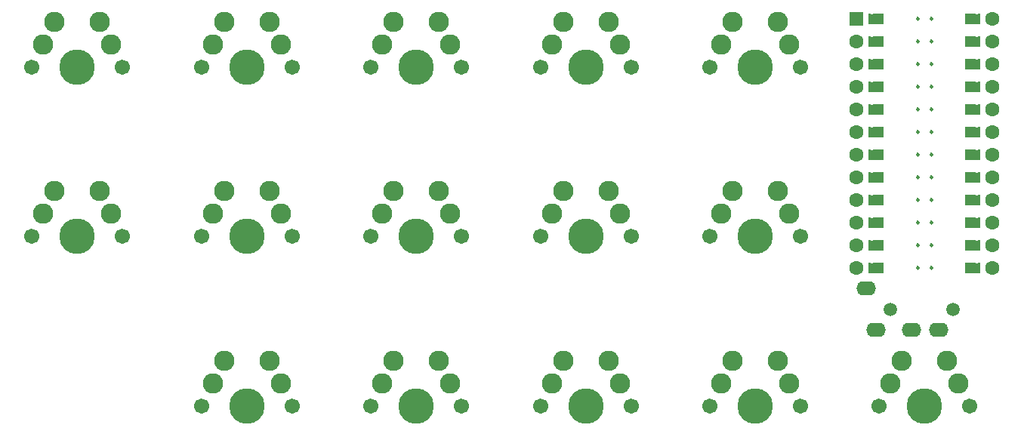
<source format=gbr>
%TF.GenerationSoftware,KiCad,Pcbnew,(6.0.4)*%
%TF.CreationDate,2022-10-08T16:53:47+11:00*%
%TF.ProjectId,bevel,62657665-6c2e-46b6-9963-61645f706362,v1.0.0*%
%TF.SameCoordinates,Original*%
%TF.FileFunction,Soldermask,Top*%
%TF.FilePolarity,Negative*%
%FSLAX46Y46*%
G04 Gerber Fmt 4.6, Leading zero omitted, Abs format (unit mm)*
G04 Created by KiCad (PCBNEW (6.0.4)) date 2022-10-08 16:53:47*
%MOMM*%
%LPD*%
G01*
G04 APERTURE LIST*
G04 Aperture macros list*
%AMFreePoly0*
4,1,6,0.600000,0.200000,0.000000,-0.400000,-0.600000,0.200000,-0.600000,0.400000,0.600000,0.400000,0.600000,0.200000,0.600000,0.200000,$1*%
%AMFreePoly1*
4,1,6,0.600000,-0.250000,-0.600000,-0.250000,-0.600000,1.000000,0.000000,0.400000,0.600000,1.000000,0.600000,-0.250000,0.600000,-0.250000,$1*%
G04 Aperture macros list end*
%ADD10C,0.250000*%
%ADD11C,0.100000*%
%ADD12C,1.600000*%
%ADD13FreePoly0,270.000000*%
%ADD14FreePoly0,90.000000*%
%ADD15R,1.600000X1.600000*%
%ADD16FreePoly1,270.000000*%
%ADD17FreePoly1,90.000000*%
%ADD18C,1.701800*%
%ADD19C,3.987800*%
%ADD20C,2.286000*%
%ADD21C,1.500000*%
%ADD22O,2.200000X1.600000*%
G04 APERTURE END LIST*
D10*
%TO.C,MCU1*%
X115863000Y-23700000D02*
G75*
G03*
X115863000Y-23700000I-125000J0D01*
G01*
X117387000Y-23700000D02*
G75*
G03*
X117387000Y-23700000I-125000J0D01*
G01*
X115863000Y-26240000D02*
G75*
G03*
X115863000Y-26240000I-125000J0D01*
G01*
X115863000Y-28780000D02*
G75*
G03*
X115863000Y-28780000I-125000J0D01*
G01*
X117387000Y-41480000D02*
G75*
G03*
X117387000Y-41480000I-125000J0D01*
G01*
X117387000Y-16080000D02*
G75*
G03*
X117387000Y-16080000I-125000J0D01*
G01*
X115863000Y-21160000D02*
G75*
G03*
X115863000Y-21160000I-125000J0D01*
G01*
X117387000Y-26240000D02*
G75*
G03*
X117387000Y-26240000I-125000J0D01*
G01*
X115863000Y-16080000D02*
G75*
G03*
X115863000Y-16080000I-125000J0D01*
G01*
X115863000Y-41480000D02*
G75*
G03*
X115863000Y-41480000I-125000J0D01*
G01*
X117387000Y-36400000D02*
G75*
G03*
X117387000Y-36400000I-125000J0D01*
G01*
X117387000Y-31320000D02*
G75*
G03*
X117387000Y-31320000I-125000J0D01*
G01*
X115863000Y-38940000D02*
G75*
G03*
X115863000Y-38940000I-125000J0D01*
G01*
X117387000Y-38940000D02*
G75*
G03*
X117387000Y-38940000I-125000J0D01*
G01*
X115863000Y-36400000D02*
G75*
G03*
X115863000Y-36400000I-125000J0D01*
G01*
X117387000Y-33860000D02*
G75*
G03*
X117387000Y-33860000I-125000J0D01*
G01*
X115863000Y-44020000D02*
G75*
G03*
X115863000Y-44020000I-125000J0D01*
G01*
X115863000Y-33860000D02*
G75*
G03*
X115863000Y-33860000I-125000J0D01*
G01*
X115863000Y-18620000D02*
G75*
G03*
X115863000Y-18620000I-125000J0D01*
G01*
X115863000Y-31320000D02*
G75*
G03*
X115863000Y-31320000I-125000J0D01*
G01*
X117387000Y-28780000D02*
G75*
G03*
X117387000Y-28780000I-125000J0D01*
G01*
X117387000Y-18620000D02*
G75*
G03*
X117387000Y-18620000I-125000J0D01*
G01*
X117387000Y-44020000D02*
G75*
G03*
X117387000Y-44020000I-125000J0D01*
G01*
X117387000Y-21160000D02*
G75*
G03*
X117387000Y-21160000I-125000J0D01*
G01*
G36*
X122596000Y-31828000D02*
G01*
X121580000Y-31828000D01*
X121580000Y-30812000D01*
X122596000Y-30812000D01*
X122596000Y-31828000D01*
G37*
D11*
X122596000Y-31828000D02*
X121580000Y-31828000D01*
X121580000Y-30812000D01*
X122596000Y-30812000D01*
X122596000Y-31828000D01*
G36*
X111420000Y-41988000D02*
G01*
X110404000Y-41988000D01*
X110404000Y-40972000D01*
X111420000Y-40972000D01*
X111420000Y-41988000D01*
G37*
X111420000Y-41988000D02*
X110404000Y-41988000D01*
X110404000Y-40972000D01*
X111420000Y-40972000D01*
X111420000Y-41988000D01*
G36*
X111420000Y-26748000D02*
G01*
X110404000Y-26748000D01*
X110404000Y-25732000D01*
X111420000Y-25732000D01*
X111420000Y-26748000D01*
G37*
X111420000Y-26748000D02*
X110404000Y-26748000D01*
X110404000Y-25732000D01*
X111420000Y-25732000D01*
X111420000Y-26748000D01*
G36*
X122596000Y-16588000D02*
G01*
X121580000Y-16588000D01*
X121580000Y-15572000D01*
X122596000Y-15572000D01*
X122596000Y-16588000D01*
G37*
X122596000Y-16588000D02*
X121580000Y-16588000D01*
X121580000Y-15572000D01*
X122596000Y-15572000D01*
X122596000Y-16588000D01*
G36*
X111420000Y-36908000D02*
G01*
X110404000Y-36908000D01*
X110404000Y-35892000D01*
X111420000Y-35892000D01*
X111420000Y-36908000D01*
G37*
X111420000Y-36908000D02*
X110404000Y-36908000D01*
X110404000Y-35892000D01*
X111420000Y-35892000D01*
X111420000Y-36908000D01*
G36*
X122596000Y-19128000D02*
G01*
X121580000Y-19128000D01*
X121580000Y-18112000D01*
X122596000Y-18112000D01*
X122596000Y-19128000D01*
G37*
X122596000Y-19128000D02*
X121580000Y-19128000D01*
X121580000Y-18112000D01*
X122596000Y-18112000D01*
X122596000Y-19128000D01*
G36*
X111420000Y-19128000D02*
G01*
X110404000Y-19128000D01*
X110404000Y-18112000D01*
X111420000Y-18112000D01*
X111420000Y-19128000D01*
G37*
X111420000Y-19128000D02*
X110404000Y-19128000D01*
X110404000Y-18112000D01*
X111420000Y-18112000D01*
X111420000Y-19128000D01*
G36*
X122596000Y-39448000D02*
G01*
X121580000Y-39448000D01*
X121580000Y-38432000D01*
X122596000Y-38432000D01*
X122596000Y-39448000D01*
G37*
X122596000Y-39448000D02*
X121580000Y-39448000D01*
X121580000Y-38432000D01*
X122596000Y-38432000D01*
X122596000Y-39448000D01*
G36*
X111420000Y-34368000D02*
G01*
X110404000Y-34368000D01*
X110404000Y-33352000D01*
X111420000Y-33352000D01*
X111420000Y-34368000D01*
G37*
X111420000Y-34368000D02*
X110404000Y-34368000D01*
X110404000Y-33352000D01*
X111420000Y-33352000D01*
X111420000Y-34368000D01*
G36*
X122596000Y-36908000D02*
G01*
X121580000Y-36908000D01*
X121580000Y-35892000D01*
X122596000Y-35892000D01*
X122596000Y-36908000D01*
G37*
X122596000Y-36908000D02*
X121580000Y-36908000D01*
X121580000Y-35892000D01*
X122596000Y-35892000D01*
X122596000Y-36908000D01*
G36*
X111420000Y-24208000D02*
G01*
X110404000Y-24208000D01*
X110404000Y-23192000D01*
X111420000Y-23192000D01*
X111420000Y-24208000D01*
G37*
X111420000Y-24208000D02*
X110404000Y-24208000D01*
X110404000Y-23192000D01*
X111420000Y-23192000D01*
X111420000Y-24208000D01*
G36*
X111420000Y-44528000D02*
G01*
X110404000Y-44528000D01*
X110404000Y-43512000D01*
X111420000Y-43512000D01*
X111420000Y-44528000D01*
G37*
X111420000Y-44528000D02*
X110404000Y-44528000D01*
X110404000Y-43512000D01*
X111420000Y-43512000D01*
X111420000Y-44528000D01*
G36*
X122596000Y-44528000D02*
G01*
X121580000Y-44528000D01*
X121580000Y-43512000D01*
X122596000Y-43512000D01*
X122596000Y-44528000D01*
G37*
X122596000Y-44528000D02*
X121580000Y-44528000D01*
X121580000Y-43512000D01*
X122596000Y-43512000D01*
X122596000Y-44528000D01*
G36*
X111420000Y-21668000D02*
G01*
X110404000Y-21668000D01*
X110404000Y-20652000D01*
X111420000Y-20652000D01*
X111420000Y-21668000D01*
G37*
X111420000Y-21668000D02*
X110404000Y-21668000D01*
X110404000Y-20652000D01*
X111420000Y-20652000D01*
X111420000Y-21668000D01*
G36*
X111420000Y-29288000D02*
G01*
X110404000Y-29288000D01*
X110404000Y-28272000D01*
X111420000Y-28272000D01*
X111420000Y-29288000D01*
G37*
X111420000Y-29288000D02*
X110404000Y-29288000D01*
X110404000Y-28272000D01*
X111420000Y-28272000D01*
X111420000Y-29288000D01*
G36*
X122596000Y-21668000D02*
G01*
X121580000Y-21668000D01*
X121580000Y-20652000D01*
X122596000Y-20652000D01*
X122596000Y-21668000D01*
G37*
X122596000Y-21668000D02*
X121580000Y-21668000D01*
X121580000Y-20652000D01*
X122596000Y-20652000D01*
X122596000Y-21668000D01*
G36*
X111420000Y-16588000D02*
G01*
X110404000Y-16588000D01*
X110404000Y-15572000D01*
X111420000Y-15572000D01*
X111420000Y-16588000D01*
G37*
X111420000Y-16588000D02*
X110404000Y-16588000D01*
X110404000Y-15572000D01*
X111420000Y-15572000D01*
X111420000Y-16588000D01*
G36*
X111420000Y-39448000D02*
G01*
X110404000Y-39448000D01*
X110404000Y-38432000D01*
X111420000Y-38432000D01*
X111420000Y-39448000D01*
G37*
X111420000Y-39448000D02*
X110404000Y-39448000D01*
X110404000Y-38432000D01*
X111420000Y-38432000D01*
X111420000Y-39448000D01*
G36*
X122596000Y-34368000D02*
G01*
X121580000Y-34368000D01*
X121580000Y-33352000D01*
X122596000Y-33352000D01*
X122596000Y-34368000D01*
G37*
X122596000Y-34368000D02*
X121580000Y-34368000D01*
X121580000Y-33352000D01*
X122596000Y-33352000D01*
X122596000Y-34368000D01*
G36*
X122596000Y-41988000D02*
G01*
X121580000Y-41988000D01*
X121580000Y-40972000D01*
X122596000Y-40972000D01*
X122596000Y-41988000D01*
G37*
X122596000Y-41988000D02*
X121580000Y-41988000D01*
X121580000Y-40972000D01*
X122596000Y-40972000D01*
X122596000Y-41988000D01*
G36*
X122596000Y-29288000D02*
G01*
X121580000Y-29288000D01*
X121580000Y-28272000D01*
X122596000Y-28272000D01*
X122596000Y-29288000D01*
G37*
X122596000Y-29288000D02*
X121580000Y-29288000D01*
X121580000Y-28272000D01*
X122596000Y-28272000D01*
X122596000Y-29288000D01*
G36*
X111420000Y-31828000D02*
G01*
X110404000Y-31828000D01*
X110404000Y-30812000D01*
X111420000Y-30812000D01*
X111420000Y-31828000D01*
G37*
X111420000Y-31828000D02*
X110404000Y-31828000D01*
X110404000Y-30812000D01*
X111420000Y-30812000D01*
X111420000Y-31828000D01*
G36*
X122596000Y-26748000D02*
G01*
X121580000Y-26748000D01*
X121580000Y-25732000D01*
X122596000Y-25732000D01*
X122596000Y-26748000D01*
G37*
X122596000Y-26748000D02*
X121580000Y-26748000D01*
X121580000Y-25732000D01*
X122596000Y-25732000D01*
X122596000Y-26748000D01*
G36*
X122596000Y-24208000D02*
G01*
X121580000Y-24208000D01*
X121580000Y-23192000D01*
X122596000Y-23192000D01*
X122596000Y-24208000D01*
G37*
X122596000Y-24208000D02*
X121580000Y-24208000D01*
X121580000Y-23192000D01*
X122596000Y-23192000D01*
X122596000Y-24208000D01*
%TD*%
D12*
%TO.C,MCU1*%
X108880000Y-26240000D03*
X108880000Y-38940000D03*
X108880000Y-16080000D03*
X124120000Y-16080000D03*
D13*
X122342000Y-28780000D03*
D12*
X108880000Y-41480000D03*
X108880000Y-18620000D03*
D13*
X122342000Y-36400000D03*
D12*
X124120000Y-33860000D03*
D14*
X110658000Y-18620000D03*
D12*
X108880000Y-21160000D03*
D14*
X110658000Y-38940000D03*
D12*
X108880000Y-44020000D03*
D13*
X122342000Y-41480000D03*
X122342000Y-44020000D03*
X122342000Y-38940000D03*
D12*
X108880000Y-31320000D03*
X124120000Y-31320000D03*
D14*
X110658000Y-21160000D03*
X110658000Y-23700000D03*
D12*
X108880000Y-23700000D03*
D14*
X110658000Y-36400000D03*
X110658000Y-44020000D03*
X110658000Y-28780000D03*
X110658000Y-41480000D03*
D12*
X124120000Y-44020000D03*
D14*
X110658000Y-31320000D03*
D12*
X124120000Y-38940000D03*
X124120000Y-28780000D03*
D13*
X122342000Y-31320000D03*
X122342000Y-23700000D03*
D12*
X124120000Y-18620000D03*
D13*
X122342000Y-33860000D03*
D12*
X108880000Y-33860000D03*
D13*
X122342000Y-16080000D03*
D12*
X124120000Y-36400000D03*
D14*
X110658000Y-26240000D03*
D15*
X108880000Y-16080000D03*
D13*
X122342000Y-26240000D03*
D14*
X110658000Y-16080000D03*
D12*
X108880000Y-28780000D03*
D14*
X110658000Y-33860000D03*
D12*
X124120000Y-23700000D03*
X124120000Y-21160000D03*
D13*
X122342000Y-18620000D03*
D12*
X108880000Y-36400000D03*
X124120000Y-41480000D03*
X124120000Y-26240000D03*
D13*
X122342000Y-21160000D03*
D16*
X121326000Y-16080000D03*
X121326000Y-18620000D03*
X121326000Y-21160000D03*
X121326000Y-23700000D03*
X121326000Y-26240000D03*
X121326000Y-28780000D03*
X121326000Y-31320000D03*
X121326000Y-33860000D03*
X121326000Y-36400000D03*
X121326000Y-38940000D03*
X121326000Y-41480000D03*
X121326000Y-44020000D03*
D17*
X111674000Y-44020000D03*
X111674000Y-41480000D03*
X111674000Y-38940000D03*
X111674000Y-36400000D03*
X111674000Y-33860000D03*
X111674000Y-31320000D03*
X111674000Y-28780000D03*
X111674000Y-26240000D03*
X111674000Y-23700000D03*
X111674000Y-21160000D03*
X111674000Y-18620000D03*
X111674000Y-16080000D03*
%TD*%
D18*
%TO.C,S14*%
X92420000Y-40500000D03*
D19*
X97500000Y-40500000D03*
D18*
X102580000Y-40500000D03*
D20*
X100040000Y-35420000D03*
X94960000Y-35420000D03*
X93690000Y-37960000D03*
X101310000Y-37960000D03*
%TD*%
D19*
%TO.C,S9*%
X59500000Y-21500000D03*
D18*
X54420000Y-21500000D03*
X64580000Y-21500000D03*
D20*
X56960000Y-16420000D03*
X62040000Y-16420000D03*
X63310000Y-18960000D03*
X55690000Y-18960000D03*
%TD*%
D18*
%TO.C,S11*%
X73420000Y-40500000D03*
X83580000Y-40500000D03*
D19*
X78500000Y-40500000D03*
D20*
X81040000Y-35420000D03*
X75960000Y-35420000D03*
X82310000Y-37960000D03*
X74690000Y-37960000D03*
%TD*%
D18*
%TO.C,S5*%
X45580000Y-40500000D03*
X35420000Y-40500000D03*
D19*
X40500000Y-40500000D03*
D20*
X37960000Y-35420000D03*
X43040000Y-35420000D03*
X44310000Y-37960000D03*
X36690000Y-37960000D03*
%TD*%
D18*
%TO.C,S2*%
X26580000Y-40500000D03*
X16420000Y-40500000D03*
D19*
X21500000Y-40500000D03*
D20*
X24040000Y-35420000D03*
X18960000Y-35420000D03*
X17690000Y-37960000D03*
X25310000Y-37960000D03*
%TD*%
D18*
%TO.C,S7*%
X73420000Y-59500000D03*
D19*
X78500000Y-59500000D03*
D18*
X83580000Y-59500000D03*
D20*
X81040000Y-54420000D03*
X75960000Y-54420000D03*
X74690000Y-56960000D03*
X82310000Y-56960000D03*
%TD*%
D18*
%TO.C,S13*%
X121580000Y-59500000D03*
X111420000Y-59500000D03*
D19*
X116500000Y-59500000D03*
D20*
X113960000Y-54420000D03*
X119040000Y-54420000D03*
X112690000Y-56960000D03*
X120310000Y-56960000D03*
%TD*%
D21*
%TO.C,REF\u002A\u002A*%
X112650000Y-48650000D03*
X119650000Y-48650000D03*
D22*
X109950000Y-46350000D03*
X111050000Y-50950000D03*
X115050000Y-50950000D03*
X118050000Y-50950000D03*
%TD*%
D18*
%TO.C,S8*%
X64580000Y-40500000D03*
X54420000Y-40500000D03*
D19*
X59500000Y-40500000D03*
D20*
X62040000Y-35420000D03*
X56960000Y-35420000D03*
X63310000Y-37960000D03*
X55690000Y-37960000D03*
%TD*%
D18*
%TO.C,S10*%
X102580000Y-59500000D03*
X92420000Y-59500000D03*
D19*
X97500000Y-59500000D03*
D20*
X100040000Y-54420000D03*
X94960000Y-54420000D03*
X93690000Y-56960000D03*
X101310000Y-56960000D03*
%TD*%
D18*
%TO.C,S15*%
X102580000Y-21500000D03*
X92420000Y-21500000D03*
D19*
X97500000Y-21500000D03*
D20*
X94960000Y-16420000D03*
X100040000Y-16420000D03*
X101310000Y-18960000D03*
X93690000Y-18960000D03*
%TD*%
D19*
%TO.C,S4*%
X59500000Y-59500000D03*
D18*
X54420000Y-59500000D03*
X64580000Y-59500000D03*
D20*
X56960000Y-54420000D03*
X62040000Y-54420000D03*
X55690000Y-56960000D03*
X63310000Y-56960000D03*
%TD*%
D18*
%TO.C,S12*%
X83580000Y-21500000D03*
X73420000Y-21500000D03*
D19*
X78500000Y-21500000D03*
D20*
X81040000Y-16420000D03*
X75960000Y-16420000D03*
X74690000Y-18960000D03*
X82310000Y-18960000D03*
%TD*%
D18*
%TO.C,S3*%
X16420000Y-21500000D03*
X26580000Y-21500000D03*
D19*
X21500000Y-21500000D03*
D20*
X18960000Y-16420000D03*
X24040000Y-16420000D03*
X17690000Y-18960000D03*
X25310000Y-18960000D03*
%TD*%
D18*
%TO.C,S1*%
X45580000Y-59500000D03*
X35420000Y-59500000D03*
D19*
X40500000Y-59500000D03*
D20*
X37960000Y-54420000D03*
X43040000Y-54420000D03*
X44310000Y-56960000D03*
X36690000Y-56960000D03*
%TD*%
D18*
%TO.C,S6*%
X45580000Y-21500000D03*
D19*
X40500000Y-21500000D03*
D18*
X35420000Y-21500000D03*
D20*
X43040000Y-16420000D03*
X37960000Y-16420000D03*
X44310000Y-18960000D03*
X36690000Y-18960000D03*
%TD*%
M02*

</source>
